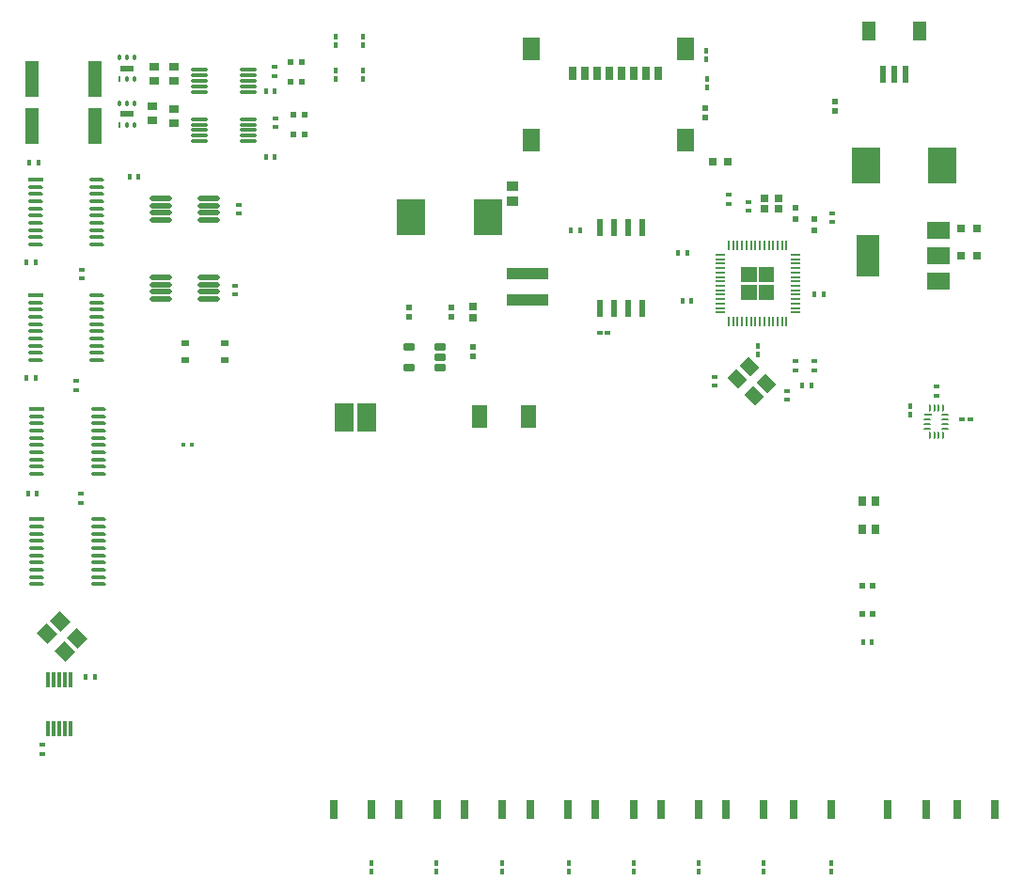
<source format=gtp>
G04*
G04 #@! TF.GenerationSoftware,Altium Limited,Altium Designer,25.4.2 (15)*
G04*
G04 Layer_Color=8421504*
%FSLAX44Y44*%
%MOMM*%
G71*
G04*
G04 #@! TF.SameCoordinates,F718CCC6-B2C0-4064-A14D-7761564938EA*
G04*
G04*
G04 #@! TF.FilePolarity,Positive*
G04*
G01*
G75*
%ADD20R,1.2154X0.6154*%
%ADD21R,0.8000X0.5000*%
%ADD22R,0.8121X0.7587*%
%ADD23R,0.5500X0.6000*%
%ADD24R,1.2000X1.8000*%
%ADD25R,0.6000X1.5500*%
%ADD26R,0.7587X0.8121*%
%ADD27R,0.4500X0.5000*%
%ADD28R,0.5000X0.4500*%
%ADD29R,0.4000X0.5000*%
%ADD30R,0.5000X0.4000*%
%ADD31R,3.7000X0.9800*%
%ADD32R,0.6500X0.6500*%
%ADD33R,0.4500X0.4500*%
%ADD34R,1.4000X2.1000*%
%ADD35R,0.6725X0.7154*%
%ADD36R,1.7029X2.6062*%
%ADD37R,0.5725X0.5682*%
%ADD38R,0.5725X0.6153*%
%ADD39R,1.0000X0.9000*%
%ADD40R,0.9000X0.8000*%
%ADD41R,2.5000X3.3000*%
%ADD42R,1.1546X3.2082*%
%ADD43R,0.5000X0.5000*%
%ADD44R,0.8000X1.7000*%
%ADD45O,2.0000X0.4500*%
G04:AMPARAMS|DCode=46|XSize=1.3554mm|YSize=0.3408mm|CornerRadius=0.1704mm|HoleSize=0mm|Usage=FLASHONLY|Rotation=0.000|XOffset=0mm|YOffset=0mm|HoleType=Round|Shape=RoundedRectangle|*
%AMROUNDEDRECTD46*
21,1,1.3554,0.0000,0,0,0.0*
21,1,1.0147,0.3408,0,0,0.0*
1,1,0.3408,0.5073,0.0000*
1,1,0.3408,-0.5073,0.0000*
1,1,0.3408,-0.5073,0.0000*
1,1,0.3408,0.5073,0.0000*
%
%ADD46ROUNDEDRECTD46*%
%ADD47R,1.3554X0.3408*%
%ADD48R,0.4750X0.5000*%
G04:AMPARAMS|DCode=49|XSize=0.5561mm|YSize=0.2925mm|CornerRadius=0.1462mm|HoleSize=0mm|Usage=FLASHONLY|Rotation=90.000|XOffset=0mm|YOffset=0mm|HoleType=Round|Shape=RoundedRectangle|*
%AMROUNDEDRECTD49*
21,1,0.5561,0.0000,0,0,90.0*
21,1,0.2636,0.2925,0,0,90.0*
1,1,0.2925,0.0000,0.1318*
1,1,0.2925,0.0000,-0.1318*
1,1,0.2925,0.0000,-0.1318*
1,1,0.2925,0.0000,0.1318*
%
%ADD49ROUNDEDRECTD49*%
%ADD50R,0.2925X0.5561*%
G04:AMPARAMS|DCode=51|XSize=1.45mm|YSize=0.3mm|CornerRadius=0.0495mm|HoleSize=0mm|Usage=FLASHONLY|Rotation=0.000|XOffset=0mm|YOffset=0mm|HoleType=Round|Shape=RoundedRectangle|*
%AMROUNDEDRECTD51*
21,1,1.4500,0.2010,0,0,0.0*
21,1,1.3510,0.3000,0,0,0.0*
1,1,0.0990,0.6755,-0.1005*
1,1,0.0990,-0.6755,-0.1005*
1,1,0.0990,-0.6755,0.1005*
1,1,0.0990,0.6755,0.1005*
%
%ADD51ROUNDEDRECTD51*%
%ADD52R,2.0000X3.8000*%
%ADD53R,2.0000X1.5000*%
G04:AMPARAMS|DCode=54|XSize=0.6mm|YSize=1mm|CornerRadius=0.051mm|HoleSize=0mm|Usage=FLASHONLY|Rotation=270.000|XOffset=0mm|YOffset=0mm|HoleType=Round|Shape=RoundedRectangle|*
%AMROUNDEDRECTD54*
21,1,0.6000,0.8980,0,0,270.0*
21,1,0.4980,1.0000,0,0,270.0*
1,1,0.1020,-0.4490,-0.2490*
1,1,0.1020,-0.4490,0.2490*
1,1,0.1020,0.4490,0.2490*
1,1,0.1020,0.4490,-0.2490*
%
%ADD54ROUNDEDRECTD54*%
G04:AMPARAMS|DCode=55|XSize=0.2mm|YSize=0.7mm|CornerRadius=0.05mm|HoleSize=0mm|Usage=FLASHONLY|Rotation=90.000|XOffset=0mm|YOffset=0mm|HoleType=Round|Shape=RoundedRectangle|*
%AMROUNDEDRECTD55*
21,1,0.2000,0.6000,0,0,90.0*
21,1,0.1000,0.7000,0,0,90.0*
1,1,0.1000,0.3000,0.0500*
1,1,0.1000,0.3000,-0.0500*
1,1,0.1000,-0.3000,-0.0500*
1,1,0.1000,-0.3000,0.0500*
%
%ADD55ROUNDEDRECTD55*%
G04:AMPARAMS|DCode=56|XSize=0.2mm|YSize=0.6mm|CornerRadius=0.05mm|HoleSize=0mm|Usage=FLASHONLY|Rotation=90.000|XOffset=0mm|YOffset=0mm|HoleType=Round|Shape=RoundedRectangle|*
%AMROUNDEDRECTD56*
21,1,0.2000,0.5000,0,0,90.0*
21,1,0.1000,0.6000,0,0,90.0*
1,1,0.1000,0.2500,0.0500*
1,1,0.1000,0.2500,-0.0500*
1,1,0.1000,-0.2500,-0.0500*
1,1,0.1000,-0.2500,0.0500*
%
%ADD56ROUNDEDRECTD56*%
G04:AMPARAMS|DCode=57|XSize=0.2mm|YSize=0.6mm|CornerRadius=0.05mm|HoleSize=0mm|Usage=FLASHONLY|Rotation=0.000|XOffset=0mm|YOffset=0mm|HoleType=Round|Shape=RoundedRectangle|*
%AMROUNDEDRECTD57*
21,1,0.2000,0.5000,0,0,0.0*
21,1,0.1000,0.6000,0,0,0.0*
1,1,0.1000,0.0500,-0.2500*
1,1,0.1000,-0.0500,-0.2500*
1,1,0.1000,-0.0500,0.2500*
1,1,0.1000,0.0500,0.2500*
%
%ADD57ROUNDEDRECTD57*%
%ADD58R,0.8000X1.2000*%
%ADD59R,1.5000X2.0000*%
%ADD60R,0.1778X0.8128*%
%ADD61R,0.8128X0.1778*%
%ADD62R,0.3000X1.4000*%
G04:AMPARAMS|DCode=63|XSize=1.2mm|YSize=1.4mm|CornerRadius=0mm|HoleSize=0mm|Usage=FLASHONLY|Rotation=225.000|XOffset=0mm|YOffset=0mm|HoleType=Round|Shape=Rectangle|*
%AMROTATEDRECTD63*
4,1,4,-0.0707,0.9192,0.9192,-0.0707,0.0707,-0.9192,-0.9192,0.0707,-0.0707,0.9192,0.0*
%
%ADD63ROTATEDRECTD63*%

%ADD64R,0.6000X0.5500*%
%ADD65R,0.7000X0.7000*%
G04:AMPARAMS|DCode=66|XSize=1.1mm|YSize=1.4mm|CornerRadius=0mm|HoleSize=0mm|Usage=FLASHONLY|Rotation=225.000|XOffset=0mm|YOffset=0mm|HoleType=Round|Shape=Rectangle|*
%AMROTATEDRECTD66*
4,1,4,-0.1061,0.8839,0.8839,-0.1061,0.1061,-0.8839,-0.8839,0.1061,-0.1061,0.8839,0.0*
%
%ADD66ROTATEDRECTD66*%

%ADD67R,0.5334X1.5240*%
G36*
X770050Y541544D02*
X756048D01*
Y527542D01*
X770050D01*
Y541544D01*
D02*
G37*
G36*
Y557546D02*
X756048D01*
Y543544D01*
X770050D01*
Y557546D01*
D02*
G37*
G36*
X786052Y541544D02*
X772050D01*
Y527542D01*
X786052D01*
Y541544D01*
D02*
G37*
G36*
Y557546D02*
X772050D01*
Y543544D01*
X786052D01*
Y557546D01*
D02*
G37*
D20*
X203200Y695070D02*
D03*
Y736220D02*
D03*
D21*
X290830Y488830D02*
D03*
Y473830D02*
D03*
X255270Y488830D02*
D03*
Y473830D02*
D03*
D22*
X227330Y737787D02*
D03*
Y725253D02*
D03*
X226060Y702227D02*
D03*
Y689693D02*
D03*
D23*
X723900Y700210D02*
D03*
Y691710D02*
D03*
X840740Y706560D02*
D03*
Y698060D02*
D03*
D24*
X917080Y769900D02*
D03*
X871080D02*
D03*
D25*
X884080Y731150D02*
D03*
X894080D02*
D03*
X904080D02*
D03*
D26*
X877487Y321310D02*
D03*
X864953D02*
D03*
X877487Y346710D02*
D03*
X864953D02*
D03*
D27*
X391160Y726500D02*
D03*
Y734000D02*
D03*
Y756980D02*
D03*
Y764480D02*
D03*
X415290Y756980D02*
D03*
Y764480D02*
D03*
Y726500D02*
D03*
Y734000D02*
D03*
X725170Y726380D02*
D03*
Y718880D02*
D03*
X724916Y744788D02*
D03*
Y752288D02*
D03*
X908050Y431740D02*
D03*
Y424240D02*
D03*
X836930Y20260D02*
D03*
Y12760D02*
D03*
X775970Y20260D02*
D03*
Y12760D02*
D03*
X717550Y20260D02*
D03*
Y12760D02*
D03*
X659130Y20260D02*
D03*
Y12760D02*
D03*
X600710Y20260D02*
D03*
Y12760D02*
D03*
X541020Y20260D02*
D03*
Y12760D02*
D03*
X481330Y20260D02*
D03*
Y12760D02*
D03*
X422910Y20260D02*
D03*
Y12760D02*
D03*
X770890Y478850D02*
D03*
Y486350D02*
D03*
D28*
X955100Y420370D02*
D03*
X962600D02*
D03*
X636210Y497840D02*
D03*
X628710D02*
D03*
D29*
X174180Y187960D02*
D03*
X166180D02*
D03*
X115380Y651510D02*
D03*
X123380D02*
D03*
X114110Y353060D02*
D03*
X122110D02*
D03*
X213550Y638810D02*
D03*
X205550D02*
D03*
X336211Y715368D02*
D03*
X328211D02*
D03*
X112840Y561340D02*
D03*
X120840D02*
D03*
X112840Y457200D02*
D03*
X120840D02*
D03*
X336211Y656206D02*
D03*
X328211D02*
D03*
X811340Y450838D02*
D03*
X819340D02*
D03*
X822166Y532544D02*
D03*
X830166D02*
D03*
X707580Y570230D02*
D03*
X699580D02*
D03*
X711390Y527050D02*
D03*
X703390D02*
D03*
X873950Y219710D02*
D03*
X865950D02*
D03*
X611060Y590550D02*
D03*
X603060D02*
D03*
D30*
X127000Y119190D02*
D03*
Y127190D02*
D03*
X797560Y445960D02*
D03*
Y437960D02*
D03*
X732350Y458480D02*
D03*
Y450481D02*
D03*
X932180Y449770D02*
D03*
Y441770D02*
D03*
X162560Y555180D02*
D03*
Y547180D02*
D03*
X335748Y729383D02*
D03*
Y737383D02*
D03*
X161290Y353250D02*
D03*
Y345250D02*
D03*
X303530Y605600D02*
D03*
Y613600D02*
D03*
X300260Y532858D02*
D03*
Y540858D02*
D03*
X157480Y454850D02*
D03*
Y446850D02*
D03*
X337018Y683292D02*
D03*
Y691292D02*
D03*
X838200Y597980D02*
D03*
Y605980D02*
D03*
X744728Y614490D02*
D03*
Y622490D02*
D03*
X763182Y608140D02*
D03*
Y616140D02*
D03*
X805180Y472630D02*
D03*
Y464630D02*
D03*
X822223Y472630D02*
D03*
Y464630D02*
D03*
D31*
X563880Y551600D02*
D03*
Y527900D02*
D03*
D32*
X777240Y609680D02*
D03*
Y619680D02*
D03*
X789940Y609680D02*
D03*
Y619680D02*
D03*
D33*
X262000Y397510D02*
D03*
X254000D02*
D03*
D34*
X520290Y422910D02*
D03*
X564290D02*
D03*
D35*
X514350Y521676D02*
D03*
Y512104D02*
D03*
D36*
X398434Y421640D02*
D03*
X419446D02*
D03*
D37*
X514350Y485852D02*
D03*
Y476809D02*
D03*
X457200Y521412D02*
D03*
Y512369D02*
D03*
D38*
X495300Y521176D02*
D03*
Y512604D02*
D03*
D39*
X550285Y616820D02*
D03*
Y630320D02*
D03*
D40*
X245110Y699670D02*
D03*
Y687170D02*
D03*
Y737770D02*
D03*
Y725270D02*
D03*
D41*
X868470Y648970D02*
D03*
X937470D02*
D03*
X459162Y601980D02*
D03*
X528162D02*
D03*
D42*
X174558Y684530D02*
D03*
X117542D02*
D03*
X174558Y726440D02*
D03*
X117542D02*
D03*
D43*
X821690Y590630D02*
D03*
Y600630D02*
D03*
X805185Y610790D02*
D03*
Y600790D02*
D03*
D44*
X837420Y68580D02*
D03*
X803420D02*
D03*
X776460D02*
D03*
X742460D02*
D03*
X718181D02*
D03*
X684181D02*
D03*
X659197D02*
D03*
X625197D02*
D03*
X600212D02*
D03*
X566212D02*
D03*
X541228D02*
D03*
X507228D02*
D03*
X482243D02*
D03*
X448243D02*
D03*
X423259D02*
D03*
X389259D02*
D03*
X950740D02*
D03*
X984740D02*
D03*
X922510D02*
D03*
X888510D02*
D03*
D45*
X276770Y599850D02*
D03*
Y606350D02*
D03*
Y612850D02*
D03*
Y619350D02*
D03*
X233770Y599850D02*
D03*
Y606350D02*
D03*
Y612850D02*
D03*
Y619350D02*
D03*
X276770Y528730D02*
D03*
Y535230D02*
D03*
Y541730D02*
D03*
Y548230D02*
D03*
X233770Y528730D02*
D03*
Y535230D02*
D03*
Y541730D02*
D03*
Y548230D02*
D03*
D46*
X177428Y429710D02*
D03*
Y423210D02*
D03*
Y416710D02*
D03*
Y410210D02*
D03*
Y403710D02*
D03*
Y397210D02*
D03*
Y390710D02*
D03*
Y384210D02*
D03*
Y377710D02*
D03*
Y371210D02*
D03*
X121920D02*
D03*
Y377710D02*
D03*
Y384210D02*
D03*
Y390710D02*
D03*
Y397210D02*
D03*
Y403710D02*
D03*
Y410210D02*
D03*
Y416710D02*
D03*
Y423210D02*
D03*
X177428Y330350D02*
D03*
Y323850D02*
D03*
Y317350D02*
D03*
Y310850D02*
D03*
Y304350D02*
D03*
Y297850D02*
D03*
Y291350D02*
D03*
Y284850D02*
D03*
Y278350D02*
D03*
Y271850D02*
D03*
X121920D02*
D03*
Y278350D02*
D03*
Y284850D02*
D03*
Y291350D02*
D03*
Y297850D02*
D03*
Y304350D02*
D03*
Y310850D02*
D03*
Y317350D02*
D03*
Y323850D02*
D03*
X176344Y532170D02*
D03*
Y525670D02*
D03*
Y519170D02*
D03*
Y512670D02*
D03*
Y506170D02*
D03*
Y499670D02*
D03*
Y493170D02*
D03*
Y486670D02*
D03*
Y480170D02*
D03*
Y473670D02*
D03*
X120836D02*
D03*
Y480170D02*
D03*
Y486670D02*
D03*
Y493170D02*
D03*
Y499670D02*
D03*
Y506170D02*
D03*
Y512670D02*
D03*
Y519170D02*
D03*
Y525670D02*
D03*
X176344Y636310D02*
D03*
Y629810D02*
D03*
Y623310D02*
D03*
Y616810D02*
D03*
Y610310D02*
D03*
Y603810D02*
D03*
Y597310D02*
D03*
Y590810D02*
D03*
Y584310D02*
D03*
Y577810D02*
D03*
X120836D02*
D03*
Y584310D02*
D03*
Y590810D02*
D03*
Y597310D02*
D03*
Y603810D02*
D03*
Y610310D02*
D03*
Y616810D02*
D03*
Y623310D02*
D03*
Y629810D02*
D03*
D47*
X121920Y429710D02*
D03*
Y330350D02*
D03*
X120836Y532170D02*
D03*
Y636310D02*
D03*
D48*
X350475Y724638D02*
D03*
X360726D02*
D03*
X350475Y741680D02*
D03*
X360726D02*
D03*
X353014Y676910D02*
D03*
X363265D02*
D03*
X353014Y694690D02*
D03*
X363265D02*
D03*
D49*
X196700Y704850D02*
D03*
X203200D02*
D03*
X209700D02*
D03*
Y685289D02*
D03*
X203200D02*
D03*
X196700Y746001D02*
D03*
X203200D02*
D03*
X209700D02*
D03*
Y726440D02*
D03*
X203200D02*
D03*
D50*
X196700Y685289D02*
D03*
Y726440D02*
D03*
D51*
X312418Y735170D02*
D03*
Y730170D02*
D03*
Y725170D02*
D03*
Y720170D02*
D03*
Y715170D02*
D03*
X268419D02*
D03*
Y720170D02*
D03*
Y725170D02*
D03*
Y730170D02*
D03*
Y735170D02*
D03*
X312418Y690720D02*
D03*
Y685720D02*
D03*
Y680720D02*
D03*
Y675720D02*
D03*
Y670720D02*
D03*
X268419D02*
D03*
Y675720D02*
D03*
Y680720D02*
D03*
Y685720D02*
D03*
Y690720D02*
D03*
D52*
X870450Y567550D02*
D03*
D53*
X933450Y590550D02*
D03*
Y567550D02*
D03*
Y544550D02*
D03*
D54*
X457420Y466750D02*
D03*
Y485750D02*
D03*
X484920D02*
D03*
Y476250D02*
D03*
Y466750D02*
D03*
D55*
X924560Y424180D02*
D03*
D56*
X924060Y420180D02*
D03*
Y416180D02*
D03*
Y412180D02*
D03*
X940060D02*
D03*
Y416180D02*
D03*
Y420180D02*
D03*
Y424180D02*
D03*
D57*
X926060Y406180D02*
D03*
X930060D02*
D03*
X934060D02*
D03*
X938060D02*
D03*
Y430180D02*
D03*
X934060D02*
D03*
X930060D02*
D03*
X926060D02*
D03*
D58*
X681560Y731520D02*
D03*
X670560D02*
D03*
X648560D02*
D03*
X637560D02*
D03*
X626560D02*
D03*
X615560D02*
D03*
X604560D02*
D03*
X659560D02*
D03*
D59*
X706260Y753520D02*
D03*
Y671520D02*
D03*
X567360D02*
D03*
Y753520D02*
D03*
D60*
X745050Y576580D02*
D03*
X749050D02*
D03*
X753050D02*
D03*
X757050D02*
D03*
X761050D02*
D03*
X765050D02*
D03*
X769050D02*
D03*
X773050D02*
D03*
X777050D02*
D03*
X781050D02*
D03*
X785050D02*
D03*
X789050D02*
D03*
X793050D02*
D03*
X797050D02*
D03*
Y508508D02*
D03*
X793050D02*
D03*
X789050D02*
D03*
X785050D02*
D03*
X781050D02*
D03*
X777050D02*
D03*
X773050D02*
D03*
X769050D02*
D03*
X765050D02*
D03*
X757050D02*
D03*
X753050D02*
D03*
X749050D02*
D03*
X745050D02*
D03*
X761050D02*
D03*
D61*
X805086Y568544D02*
D03*
Y564544D02*
D03*
Y560544D02*
D03*
Y556544D02*
D03*
Y552544D02*
D03*
Y548544D02*
D03*
Y544544D02*
D03*
Y540544D02*
D03*
Y536544D02*
D03*
Y532544D02*
D03*
Y528544D02*
D03*
Y524544D02*
D03*
Y520544D02*
D03*
Y516544D02*
D03*
X737014D02*
D03*
Y520544D02*
D03*
Y524544D02*
D03*
Y528544D02*
D03*
Y532544D02*
D03*
Y536544D02*
D03*
Y540544D02*
D03*
Y544544D02*
D03*
Y548544D02*
D03*
Y552544D02*
D03*
Y556544D02*
D03*
Y560544D02*
D03*
Y564544D02*
D03*
Y568544D02*
D03*
D62*
X152240Y141830D02*
D03*
X147240D02*
D03*
X142240D02*
D03*
X137240D02*
D03*
X132240D02*
D03*
Y185830D02*
D03*
X137240D02*
D03*
X142240D02*
D03*
X147240D02*
D03*
X152240D02*
D03*
D63*
X158215Y222669D02*
D03*
X142659Y238225D02*
D03*
X131345Y226911D02*
D03*
X146901Y211355D02*
D03*
D64*
X874200Y245110D02*
D03*
X865700D02*
D03*
X874200Y270510D02*
D03*
X865700D02*
D03*
D65*
X744344Y652066D02*
D03*
X730344D02*
D03*
X954390Y567690D02*
D03*
X968390D02*
D03*
X954390Y591820D02*
D03*
X968390D02*
D03*
D66*
X763689Y468095D02*
D03*
X767931Y441225D02*
D03*
X752375Y456781D02*
D03*
X779245Y452539D02*
D03*
D67*
X628650Y519811D02*
D03*
X641350D02*
D03*
X654050D02*
D03*
X666750Y592709D02*
D03*
X654050D02*
D03*
X641350D02*
D03*
X628650D02*
D03*
X666750Y519811D02*
D03*
M02*

</source>
